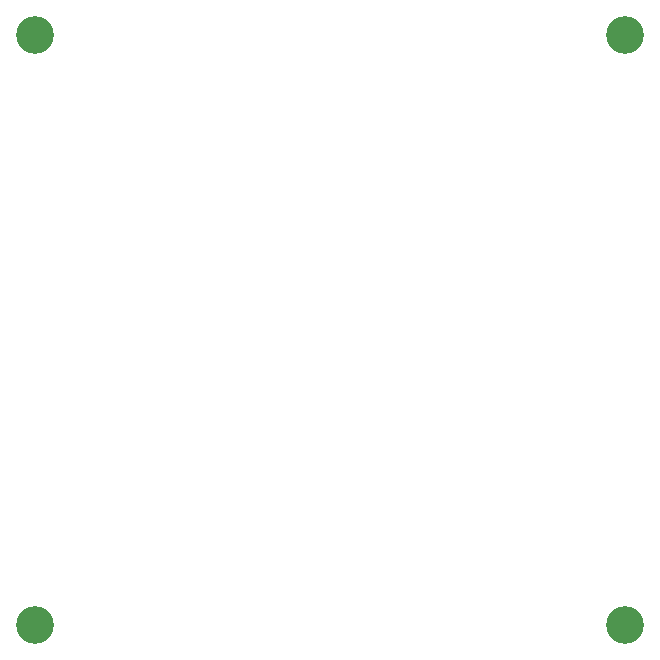
<source format=gbr>
%TF.GenerationSoftware,KiCad,Pcbnew,(5.1.9-0-10_14)*%
%TF.CreationDate,2021-02-20T17:04:12+00:00*%
%TF.ProjectId,SSR-PCB,5353522d-5043-4422-9e6b-696361645f70,rev?*%
%TF.SameCoordinates,Original*%
%TF.FileFunction,NonPlated,1,4,NPTH,Drill*%
%TF.FilePolarity,Positive*%
%FSLAX46Y46*%
G04 Gerber Fmt 4.6, Leading zero omitted, Abs format (unit mm)*
G04 Created by KiCad (PCBNEW (5.1.9-0-10_14)) date 2021-02-20 17:04:12*
%MOMM*%
%LPD*%
G01*
G04 APERTURE LIST*
%TA.AperFunction,ComponentDrill*%
%ADD10C,3.200000*%
%TD*%
G04 APERTURE END LIST*
D10*
%TO.C,REF\u002A\u002A*%
X-165000000Y-12000000D03*
X-165000000Y-62000000D03*
X-115000000Y-12000000D03*
X-115000000Y-62000000D03*
M02*

</source>
